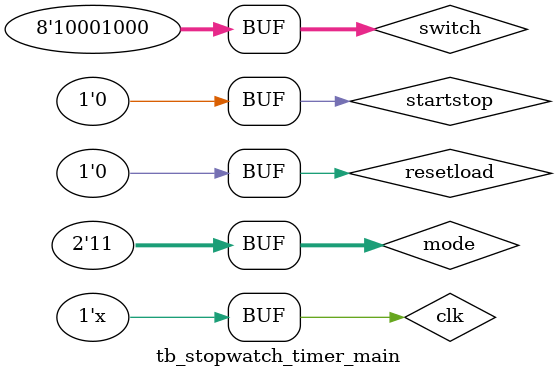
<source format=v>
`timescale 1ns / 1ps

module tb_stopwatch_timer_main;
    reg clk;  //clock for changing sseg values
    reg [1:0] mode;   //2 switches for mode select
    reg startstop;    //button for start and stop
    reg resetload;    //button for reset and load
    reg [7:0] switch; //8 switches for external load
    wire [3:0] an;
    wire [6:0] sseg;
    wire dp;
    wire slow_clk;
    wire fast_clk;

    stopwatch_timer_main ul(
        .clk(clk),
        .mode(mode),
        .startstop(startstop),
        .resetload(resetload),
        .switch(switch),
        .an(an),
        .sseg(sseg),
        .dp(dp),
        .slow_clk(slow_clk),
        .fast_clk(fast_clk)
    );
    
    initial begin
    
    clk = 0;
    resetload = 0;
    mode = 2'b00;
    startstop = 0;
    switch = 8'b00000000;
    
    #50
    
    resetload = 1;
    
    #50
    resetload = 0;
    #50
    resetload = 0;
    #50
    startstop = 1;
    
    #50
    
    startstop = 0;
    #50
    resetload = 0;
    #50
    
    startstop = 1;
    
    #50
    
    startstop = 0;
    #50
    resetload = 0;
    #50
    
    startstop = 1;
    
    #50
    
    startstop = 0;
    #50
    resetload = 0;
    #50
   
    startstop = 1;
    
    #50
    
    startstop = 0;
    
    #50
    
    mode = 2'b11;
    
    #50
    
    switch = 8'b10001000;
    
    #50
    
    resetload = 1;
    
    #50
    
    resetload = 0;
    
    #50
    
    startstop = 1;
    
    #50
    
    startstop = 0;
    
    end
    
    always
    #5 clk = ~clk;

endmodule

</source>
